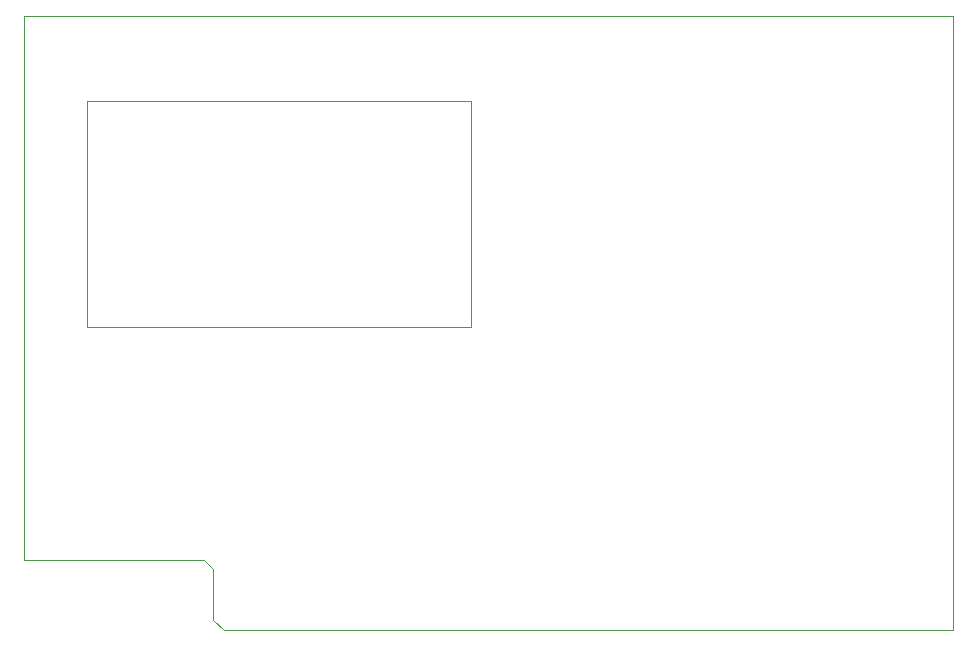
<source format=gbr>
G04 #@! TF.FileFunction,Profile,NP*
%FSLAX46Y46*%
G04 Gerber Fmt 4.6, Leading zero omitted, Abs format (unit mm)*
G04 Created by KiCad (PCBNEW 4.0.2-stable) date Tuesday, December 06, 2016 'PMt' 03:41:46 PM*
%MOMM*%
G01*
G04 APERTURE LIST*
%ADD10C,0.100000*%
G04 APERTURE END LIST*
D10*
X113944400Y-78384400D02*
X192633600Y-78384400D01*
X119329200Y-85598000D02*
X151790400Y-85598000D01*
X119329200Y-104698800D02*
X119329200Y-85598000D01*
X151790400Y-104698800D02*
X119329200Y-104698800D01*
X151790400Y-85598000D02*
X151790400Y-104698800D01*
X113944400Y-78536800D02*
X113944400Y-78384400D01*
X113944400Y-124409200D02*
X113944400Y-78536800D01*
X129235200Y-124409200D02*
X113944400Y-124409200D01*
X129997200Y-125171200D02*
X129235200Y-124409200D01*
X129997200Y-126746000D02*
X129997200Y-125171200D01*
X129997200Y-129489200D02*
X129997200Y-126746000D01*
X130860800Y-130352800D02*
X129997200Y-129489200D01*
X192633600Y-130352800D02*
X130860800Y-130352800D01*
X192633600Y-129946400D02*
X192633600Y-130352800D01*
X192633600Y-78384400D02*
X192633600Y-129946400D01*
M02*

</source>
